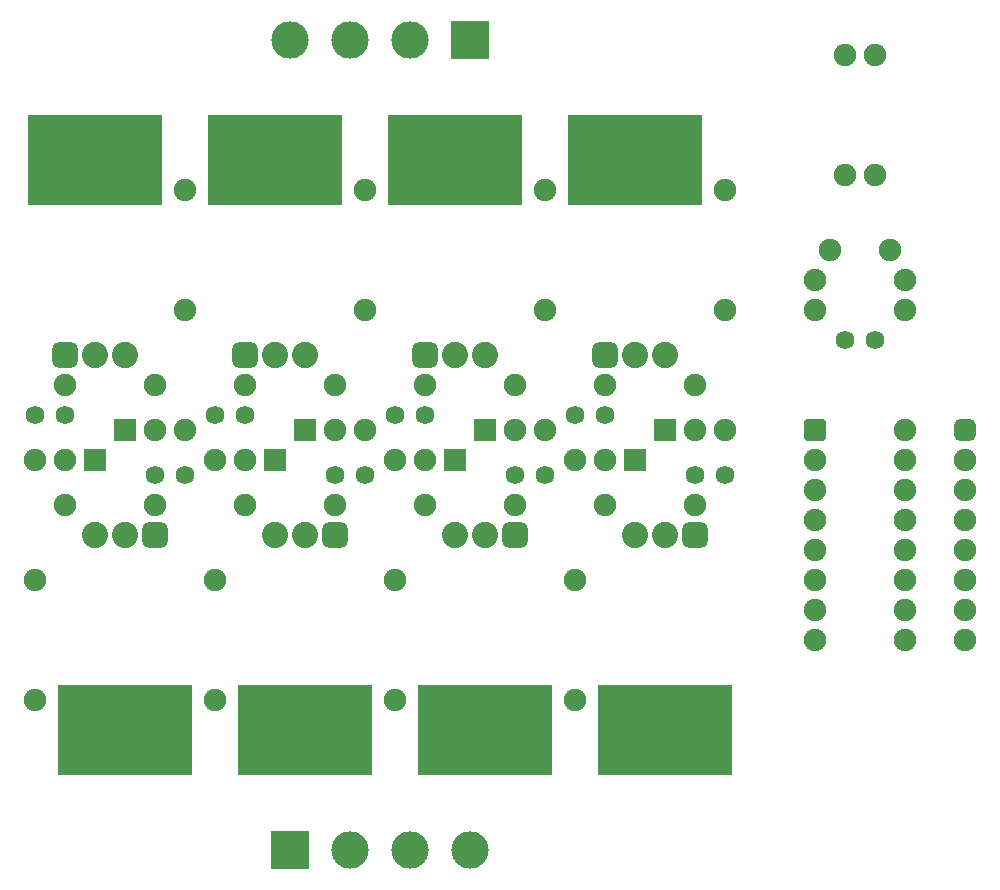
<source format=gbr>
%TF.GenerationSoftware,KiCad,Pcbnew,(6.0.0)*%
%TF.CreationDate,2023-06-08T10:59:27-04:00*%
%TF.ProjectId,OUTPUT,4f555450-5554-42e6-9b69-6361645f7063,rev?*%
%TF.SameCoordinates,Original*%
%TF.FileFunction,Soldermask,Top*%
%TF.FilePolarity,Negative*%
%FSLAX46Y46*%
G04 Gerber Fmt 4.6, Leading zero omitted, Abs format (unit mm)*
G04 Created by KiCad (PCBNEW (6.0.0)) date 2023-06-08 10:59:27*
%MOMM*%
%LPD*%
G01*
G04 APERTURE LIST*
G04 Aperture macros list*
%AMRoundRect*
0 Rectangle with rounded corners*
0 $1 Rounding radius*
0 $2 $3 $4 $5 $6 $7 $8 $9 X,Y pos of 4 corners*
0 Add a 4 corners polygon primitive as box body*
4,1,4,$2,$3,$4,$5,$6,$7,$8,$9,$2,$3,0*
0 Add four circle primitives for the rounded corners*
1,1,$1+$1,$2,$3*
1,1,$1+$1,$4,$5*
1,1,$1+$1,$6,$7*
1,1,$1+$1,$8,$9*
0 Add four rect primitives between the rounded corners*
20,1,$1+$1,$2,$3,$4,$5,0*
20,1,$1+$1,$4,$5,$6,$7,0*
20,1,$1+$1,$6,$7,$8,$9,0*
20,1,$1+$1,$8,$9,$2,$3,0*%
G04 Aperture macros list end*
%ADD10C,1.587500*%
%ADD11RoundRect,0.635000X0.476250X0.476250X-0.476250X0.476250X-0.476250X-0.476250X0.476250X-0.476250X0*%
%ADD12C,5.080000*%
%ADD13C,2.222500*%
%ADD14R,11.430000X7.620000*%
%ADD15C,1.905000*%
%ADD16RoundRect,0.381000X-0.571500X-0.571500X0.571500X-0.571500X0.571500X0.571500X-0.571500X0.571500X0*%
%ADD17RoundRect,0.635000X-0.476250X-0.476250X0.476250X-0.476250X0.476250X0.476250X-0.476250X0.476250X0*%
%ADD18C,3.175000*%
%ADD19R,3.175000X3.175000*%
%ADD20R,1.905000X1.905000*%
%ADD21RoundRect,0.635000X-0.317500X-0.317500X0.317500X-0.317500X0.317500X0.317500X-0.317500X0.317500X0*%
G04 APERTURE END LIST*
D10*
%TO.C,D4*%
X133350000Y-86360000D03*
X135890000Y-86360000D03*
%TD*%
D11*
%TO.C,T4*%
X143510000Y-96520000D03*
D12*
X140970000Y-113030000D03*
D13*
X140970000Y-96520000D03*
D14*
X140970000Y-113030000D03*
D13*
X138430000Y-96520000D03*
%TD*%
D15*
%TO.C,F3*%
X146050000Y-67310000D03*
X146050000Y-77470000D03*
%TD*%
D10*
%TO.C,D1*%
X115570000Y-91440000D03*
X113030000Y-91440000D03*
%TD*%
D15*
%TO.C,D8*%
X161290000Y-74930000D03*
X153670000Y-74930000D03*
%TD*%
%TO.C,C2*%
X160020000Y-72390000D03*
X154940000Y-72390000D03*
%TD*%
D16*
%TO.C,IC0*%
X153670000Y-87630000D03*
D15*
X153670000Y-90170000D03*
X153670000Y-92710000D03*
X153670000Y-95250000D03*
X153670000Y-97790000D03*
X153670000Y-100330000D03*
X153670000Y-102870000D03*
X153670000Y-105410000D03*
X161290000Y-105410000D03*
X161290000Y-102870000D03*
X161290000Y-100330000D03*
X161290000Y-97790000D03*
X161290000Y-95250000D03*
X161290000Y-92710000D03*
X161290000Y-90170000D03*
X161290000Y-87630000D03*
%TD*%
%TO.C,F4*%
X133350000Y-110490000D03*
X133350000Y-100330000D03*
%TD*%
D17*
%TO.C,T1*%
X105410000Y-81280000D03*
D12*
X107950000Y-64770000D03*
D14*
X107950000Y-64770000D03*
D13*
X107950000Y-81280000D03*
X110490000Y-81280000D03*
%TD*%
D15*
%TO.C,F2*%
X130810000Y-67310000D03*
X130810000Y-77470000D03*
%TD*%
D18*
%TO.C,H1*%
X109220000Y-54610000D03*
X114300000Y-54610000D03*
X119380000Y-54610000D03*
D19*
X124460000Y-54610000D03*
%TD*%
D11*
%TO.C,T5*%
X128270000Y-96520000D03*
D14*
X125730000Y-113030000D03*
D13*
X125730000Y-96520000D03*
D12*
X125730000Y-113030000D03*
D13*
X123190000Y-96520000D03*
%TD*%
D18*
%TO.C,H2*%
X124460000Y-123190000D03*
X119380000Y-123190000D03*
X114300000Y-123190000D03*
D19*
X109220000Y-123190000D03*
%TD*%
D11*
%TO.C,T7*%
X97790000Y-96520000D03*
D12*
X95250000Y-113030000D03*
D13*
X95250000Y-96520000D03*
D14*
X95250000Y-113030000D03*
D13*
X92710000Y-96520000D03*
%TD*%
D15*
%TO.C,R5*%
X128270000Y-93980000D03*
X120650000Y-93980000D03*
%TD*%
D20*
%TO.C,T15*%
X92710000Y-90170000D03*
D15*
X90170000Y-90170000D03*
X87630000Y-90170000D03*
%TD*%
D17*
%TO.C,T3*%
X135890000Y-81280000D03*
D12*
X138430000Y-64770000D03*
D14*
X138430000Y-64770000D03*
D13*
X138430000Y-81280000D03*
X140970000Y-81280000D03*
%TD*%
D15*
%TO.C,R1*%
X105410000Y-83820000D03*
X113030000Y-83820000D03*
%TD*%
D10*
%TO.C,D9*%
X158750000Y-80010000D03*
X156210000Y-80010000D03*
%TD*%
D15*
%TO.C,F7*%
X87630000Y-110490000D03*
X87630000Y-100330000D03*
%TD*%
%TO.C,R3*%
X135890000Y-83820000D03*
X143510000Y-83820000D03*
%TD*%
%TO.C,R2*%
X120650000Y-83820000D03*
X128270000Y-83820000D03*
%TD*%
%TO.C,C1*%
X158750000Y-66040000D03*
X156210000Y-66040000D03*
%TD*%
D20*
%TO.C,T13*%
X123190000Y-90170000D03*
D15*
X120650000Y-90170000D03*
X118110000Y-90170000D03*
%TD*%
D10*
%TO.C,D6*%
X102870000Y-86360000D03*
X105410000Y-86360000D03*
%TD*%
D15*
%TO.C,R6*%
X113030000Y-93980000D03*
X105410000Y-93980000D03*
%TD*%
D20*
%TO.C,T10*%
X125730000Y-87630000D03*
D15*
X128270000Y-87630000D03*
X130810000Y-87630000D03*
%TD*%
D17*
%TO.C,T0*%
X90170000Y-81280000D03*
D13*
X92710000Y-81280000D03*
D14*
X92710000Y-64770000D03*
D12*
X92710000Y-64770000D03*
D13*
X95250000Y-81280000D03*
%TD*%
D15*
%TO.C,R4*%
X143510000Y-93980000D03*
X135890000Y-93980000D03*
%TD*%
D10*
%TO.C,D3*%
X146050000Y-91440000D03*
X143510000Y-91440000D03*
%TD*%
%TO.C,D5*%
X118110000Y-86360000D03*
X120650000Y-86360000D03*
%TD*%
%TO.C,D2*%
X130810000Y-91440000D03*
X128270000Y-91440000D03*
%TD*%
D15*
%TO.C,F5*%
X118110000Y-110490000D03*
X118110000Y-100330000D03*
%TD*%
D10*
%TO.C,D7*%
X87630000Y-86360000D03*
X90170000Y-86360000D03*
%TD*%
D17*
%TO.C,T2*%
X120650000Y-81280000D03*
D14*
X123190000Y-64770000D03*
D13*
X123190000Y-81280000D03*
D12*
X123190000Y-64770000D03*
D13*
X125730000Y-81280000D03*
%TD*%
D11*
%TO.C,T6*%
X113030000Y-96520000D03*
D13*
X110490000Y-96520000D03*
D12*
X110490000Y-113030000D03*
D14*
X110490000Y-113030000D03*
D13*
X107950000Y-96520000D03*
%TD*%
D15*
%TO.C,C0*%
X158750000Y-55880000D03*
X156210000Y-55880000D03*
%TD*%
%TO.C,R7*%
X97790000Y-93980000D03*
X90170000Y-93980000D03*
%TD*%
D20*
%TO.C,T9*%
X110490000Y-87630000D03*
D15*
X113030000Y-87630000D03*
X115570000Y-87630000D03*
%TD*%
D21*
%TO.C,H0*%
X166370000Y-87630000D03*
D15*
X166370000Y-90170000D03*
X166370000Y-92710000D03*
X166370000Y-95250000D03*
X166347408Y-97788592D03*
X166347408Y-100328592D03*
X166347408Y-102870000D03*
X166347408Y-105410000D03*
%TD*%
D20*
%TO.C,T14*%
X107950000Y-90170000D03*
D15*
X105410000Y-90170000D03*
X102870000Y-90170000D03*
%TD*%
D20*
%TO.C,T8*%
X95250000Y-87630000D03*
D15*
X97790000Y-87630000D03*
X100330000Y-87630000D03*
%TD*%
D20*
%TO.C,T12*%
X138430000Y-90170000D03*
D15*
X135890000Y-90170000D03*
X133350000Y-90170000D03*
%TD*%
D20*
%TO.C,T11*%
X140970000Y-87630000D03*
D15*
X143510000Y-87630000D03*
X146050000Y-87630000D03*
%TD*%
%TO.C,F1*%
X115570000Y-67310000D03*
X115570000Y-77470000D03*
%TD*%
%TO.C,R0*%
X90170000Y-83820000D03*
X97790000Y-83820000D03*
%TD*%
D10*
%TO.C,D0*%
X100330000Y-91440000D03*
X97790000Y-91440000D03*
%TD*%
D15*
%TO.C,F0*%
X100330000Y-67310000D03*
X100330000Y-77470000D03*
%TD*%
%TO.C,R8*%
X161290000Y-77470000D03*
X153670000Y-77470000D03*
%TD*%
%TO.C,F6*%
X102870000Y-110490000D03*
X102870000Y-100330000D03*
%TD*%
M02*

</source>
